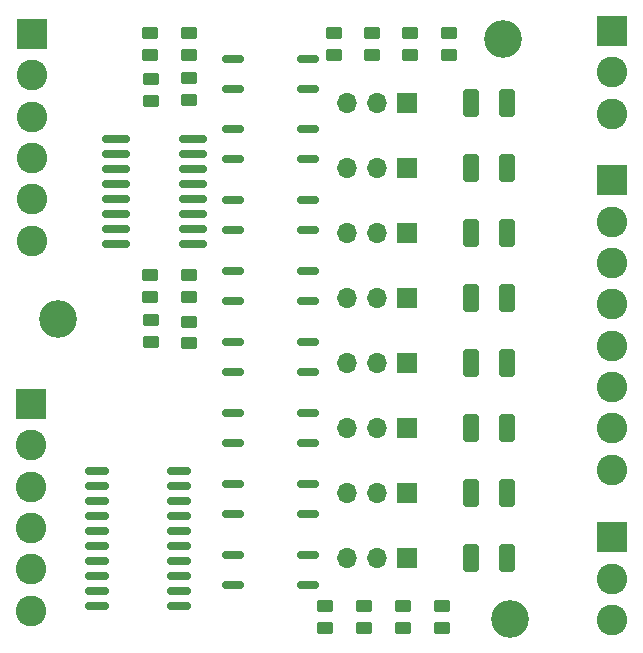
<source format=gbr>
%TF.GenerationSoftware,KiCad,Pcbnew,8.0.7*%
%TF.CreationDate,2025-01-01T13:27:56+01:00*%
%TF.ProjectId,expansion_a,65787061-6e73-4696-9f6e-5f612e6b6963,1*%
%TF.SameCoordinates,Original*%
%TF.FileFunction,Soldermask,Top*%
%TF.FilePolarity,Negative*%
%FSLAX46Y46*%
G04 Gerber Fmt 4.6, Leading zero omitted, Abs format (unit mm)*
G04 Created by KiCad (PCBNEW 8.0.7) date 2025-01-01 13:27:56*
%MOMM*%
%LPD*%
G01*
G04 APERTURE LIST*
G04 Aperture macros list*
%AMRoundRect*
0 Rectangle with rounded corners*
0 $1 Rounding radius*
0 $2 $3 $4 $5 $6 $7 $8 $9 X,Y pos of 4 corners*
0 Add a 4 corners polygon primitive as box body*
4,1,4,$2,$3,$4,$5,$6,$7,$8,$9,$2,$3,0*
0 Add four circle primitives for the rounded corners*
1,1,$1+$1,$2,$3*
1,1,$1+$1,$4,$5*
1,1,$1+$1,$6,$7*
1,1,$1+$1,$8,$9*
0 Add four rect primitives between the rounded corners*
20,1,$1+$1,$2,$3,$4,$5,0*
20,1,$1+$1,$4,$5,$6,$7,0*
20,1,$1+$1,$6,$7,$8,$9,0*
20,1,$1+$1,$8,$9,$2,$3,0*%
G04 Aperture macros list end*
%ADD10RoundRect,0.250000X-0.450000X0.262500X-0.450000X-0.262500X0.450000X-0.262500X0.450000X0.262500X0*%
%ADD11RoundRect,0.250000X-0.412500X-0.925000X0.412500X-0.925000X0.412500X0.925000X-0.412500X0.925000X0*%
%ADD12R,1.700000X1.700000*%
%ADD13O,1.700000X1.700000*%
%ADD14C,3.200000*%
%ADD15R,2.600000X2.600000*%
%ADD16C,2.600000*%
%ADD17RoundRect,0.150000X-0.750000X-0.150000X0.750000X-0.150000X0.750000X0.150000X-0.750000X0.150000X0*%
%ADD18RoundRect,0.150000X-1.050000X-0.150000X1.050000X-0.150000X1.050000X0.150000X-1.050000X0.150000X0*%
%ADD19RoundRect,0.150000X-0.837500X-0.150000X0.837500X-0.150000X0.837500X0.150000X-0.837500X0.150000X0*%
G04 APERTURE END LIST*
D10*
%TO.C,R802*%
X83899000Y-57324500D03*
X83899000Y-59149500D03*
%TD*%
D11*
%TO.C,D401*%
X111061500Y-48237000D03*
X114136500Y-48237000D03*
%TD*%
D10*
%TO.C,R402*%
X87199000Y-36837000D03*
X87199000Y-38662000D03*
%TD*%
%TO.C,R501*%
X105899000Y-36824500D03*
X105899000Y-38649500D03*
%TD*%
D12*
%TO.C,JP701*%
X105639000Y-64737000D03*
D13*
X103099000Y-64737000D03*
X100559000Y-64737000D03*
%TD*%
D14*
%TO.C,REF1*%
X76073000Y-60975000D03*
%TD*%
D15*
%TO.C,J1101*%
X123037600Y-79502000D03*
D16*
X123037600Y-83002000D03*
X123037600Y-86502000D03*
%TD*%
D17*
%TO.C,U601*%
X90949000Y-56967000D03*
X90949000Y-59507000D03*
X97249000Y-59507000D03*
X97249000Y-56967000D03*
%TD*%
D12*
%TO.C,JP401*%
X105639000Y-48237000D03*
D13*
X103099000Y-48237000D03*
X100559000Y-48237000D03*
%TD*%
D11*
%TO.C,D801*%
X111061500Y-70237000D03*
X114136500Y-70237000D03*
%TD*%
%TO.C,D901*%
X111061500Y-75737000D03*
X114136500Y-75737000D03*
%TD*%
D17*
%TO.C,U301*%
X90949000Y-38967000D03*
X90949000Y-41507000D03*
X97249000Y-41507000D03*
X97249000Y-38967000D03*
%TD*%
D11*
%TO.C,D501*%
X111061500Y-53737000D03*
X114136500Y-53737000D03*
%TD*%
D10*
%TO.C,R701*%
X108599000Y-85337000D03*
X108599000Y-87162000D03*
%TD*%
%TO.C,R601*%
X109199000Y-36812000D03*
X109199000Y-38637000D03*
%TD*%
%TO.C,R702*%
X87199000Y-57324500D03*
X87199000Y-59149500D03*
%TD*%
D18*
%TO.C,U102*%
X81026000Y-45770800D03*
X81026000Y-47040800D03*
X81026000Y-48310800D03*
X81026000Y-49580800D03*
X81026000Y-50850800D03*
X81026000Y-52120800D03*
X81026000Y-53390800D03*
X81026000Y-54660800D03*
X87526000Y-54660800D03*
X87526000Y-53390800D03*
X87526000Y-52120800D03*
X87526000Y-50850800D03*
X87526000Y-49580800D03*
X87526000Y-48310800D03*
X87526000Y-47040800D03*
X87526000Y-45770800D03*
%TD*%
D10*
%TO.C,R801*%
X105299000Y-85337000D03*
X105299000Y-87162000D03*
%TD*%
D17*
%TO.C,U501*%
X90949000Y-50967000D03*
X90949000Y-53507000D03*
X97249000Y-53507000D03*
X97249000Y-50967000D03*
%TD*%
D11*
%TO.C,D301*%
X111061500Y-42737000D03*
X114136500Y-42737000D03*
%TD*%
D10*
%TO.C,R602*%
X87199000Y-40637000D03*
X87199000Y-42462000D03*
%TD*%
%TO.C,R901*%
X101999000Y-85324500D03*
X101999000Y-87149500D03*
%TD*%
D17*
%TO.C,U1001*%
X90949000Y-80967000D03*
X90949000Y-83507000D03*
X97249000Y-83507000D03*
X97249000Y-80967000D03*
%TD*%
%TO.C,U701*%
X90949000Y-62967000D03*
X90949000Y-65507000D03*
X97249000Y-65507000D03*
X97249000Y-62967000D03*
%TD*%
%TO.C,U901*%
X90949000Y-74967000D03*
X90949000Y-77507000D03*
X97249000Y-77507000D03*
X97249000Y-74967000D03*
%TD*%
D11*
%TO.C,D601*%
X111061500Y-59237000D03*
X114136500Y-59237000D03*
%TD*%
D19*
%TO.C,U101*%
X79436500Y-73922000D03*
X79436500Y-75192000D03*
X79436500Y-76462000D03*
X79436500Y-77732000D03*
X79436500Y-79002000D03*
X79436500Y-80272000D03*
X79436500Y-81542000D03*
X79436500Y-82812000D03*
X79436500Y-84082000D03*
X79436500Y-85352000D03*
X86361500Y-85352000D03*
X86361500Y-84082000D03*
X86361500Y-82812000D03*
X86361500Y-81542000D03*
X86361500Y-80272000D03*
X86361500Y-79002000D03*
X86361500Y-77732000D03*
X86361500Y-76462000D03*
X86361500Y-75192000D03*
X86361500Y-73922000D03*
%TD*%
D15*
%TO.C,J101*%
X123037600Y-49276000D03*
D16*
X123037600Y-52776000D03*
X123037600Y-56276000D03*
X123037600Y-59776000D03*
X123037600Y-63276000D03*
X123037600Y-66776000D03*
X123037600Y-70276000D03*
X123037600Y-73776000D03*
%TD*%
D15*
%TO.C,J202*%
X73914000Y-36886000D03*
D16*
X73914000Y-40386000D03*
X73914000Y-43886000D03*
X73914000Y-47386000D03*
X73914000Y-50886000D03*
X73914000Y-54386000D03*
%TD*%
D10*
%TO.C,R502*%
X83999000Y-40712000D03*
X83999000Y-42537000D03*
%TD*%
D15*
%TO.C,J1102*%
X73787000Y-68214000D03*
D16*
X73787000Y-71714000D03*
X73787000Y-75214000D03*
X73787000Y-78714000D03*
X73787000Y-82214000D03*
X73787000Y-85714000D03*
%TD*%
D12*
%TO.C,JP601*%
X105639000Y-59237000D03*
D13*
X103099000Y-59237000D03*
X100559000Y-59237000D03*
%TD*%
D17*
%TO.C,U801*%
X90949000Y-68967000D03*
X90949000Y-71507000D03*
X97249000Y-71507000D03*
X97249000Y-68967000D03*
%TD*%
D12*
%TO.C,JP501*%
X105639000Y-53737000D03*
D13*
X103099000Y-53737000D03*
X100559000Y-53737000D03*
%TD*%
D10*
%TO.C,R302*%
X83899000Y-36812000D03*
X83899000Y-38637000D03*
%TD*%
D17*
%TO.C,U401*%
X90949000Y-44967000D03*
X90949000Y-47507000D03*
X97249000Y-47507000D03*
X97249000Y-44967000D03*
%TD*%
D12*
%TO.C,JP1001*%
X105639000Y-81237000D03*
D13*
X103099000Y-81237000D03*
X100559000Y-81237000D03*
%TD*%
D12*
%TO.C,JP301*%
X105639000Y-42737000D03*
D13*
X103099000Y-42737000D03*
X100559000Y-42737000D03*
%TD*%
D11*
%TO.C,D701*%
X111061500Y-64737000D03*
X114136500Y-64737000D03*
%TD*%
D10*
%TO.C,R301*%
X99499000Y-36824500D03*
X99499000Y-38649500D03*
%TD*%
%TO.C,R401*%
X102699000Y-36812000D03*
X102699000Y-38637000D03*
%TD*%
D12*
%TO.C,JP801*%
X105639000Y-70237000D03*
D13*
X103099000Y-70237000D03*
X100559000Y-70237000D03*
%TD*%
D14*
%TO.C,REF2*%
X113792000Y-37338000D03*
%TD*%
D10*
%TO.C,R1002*%
X83999000Y-61137000D03*
X83999000Y-62962000D03*
%TD*%
D11*
%TO.C,D1001*%
X111061500Y-81237000D03*
X114136500Y-81237000D03*
%TD*%
D12*
%TO.C,JP901*%
X105639000Y-75737000D03*
D13*
X103099000Y-75737000D03*
X100559000Y-75737000D03*
%TD*%
D10*
%TO.C,R902*%
X87199000Y-61237000D03*
X87199000Y-63062000D03*
%TD*%
D14*
%TO.C,REF3*%
X114401600Y-86375000D03*
%TD*%
D15*
%TO.C,J201*%
X123037600Y-36627800D03*
D16*
X123037600Y-40127800D03*
X123037600Y-43627800D03*
%TD*%
D10*
%TO.C,R1001*%
X98699000Y-85312000D03*
X98699000Y-87137000D03*
%TD*%
M02*

</source>
